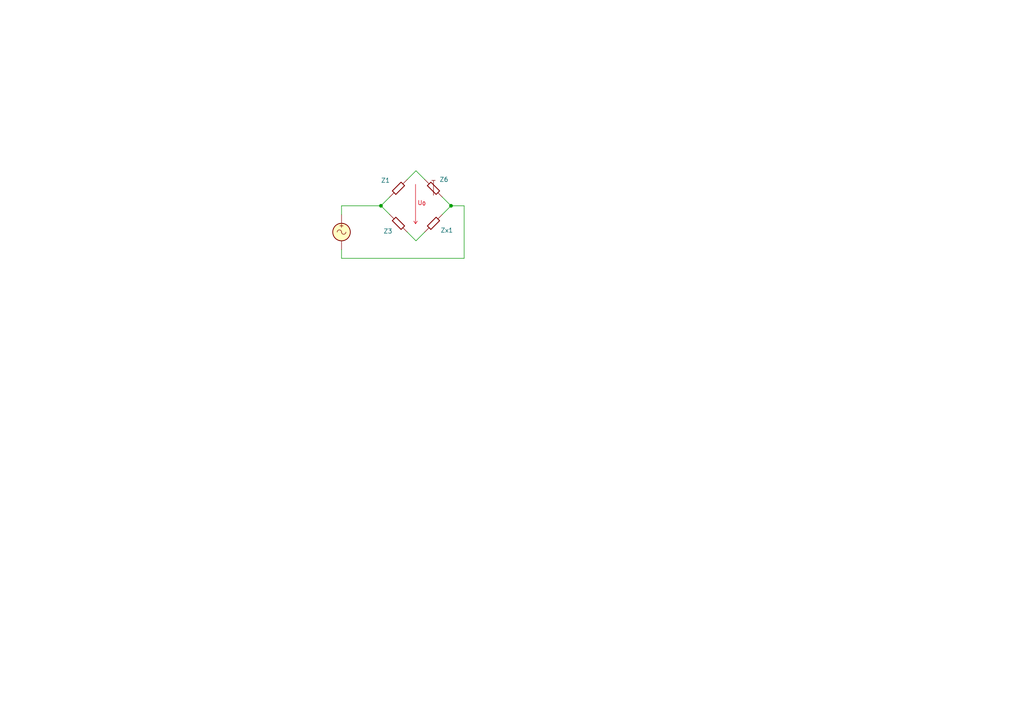
<source format=kicad_sch>
(kicad_sch
	(version 20250114)
	(generator "eeschema")
	(generator_version "9.0")
	(uuid "71305d32-c10f-4c05-8337-91cd088b5d4d")
	(paper "A4")
	(lib_symbols
		(symbol "Device:R_45deg"
			(pin_numbers
				(hide yes)
			)
			(pin_names
				(offset 0)
			)
			(exclude_from_sim no)
			(in_bom yes)
			(on_board yes)
			(property "Reference" "R"
				(at 5.08 2.54 0)
				(effects
					(font
						(size 1.27 1.27)
					)
				)
			)
			(property "Value" "R_45deg"
				(at 8.255 0.635 0)
				(effects
					(font
						(size 1.27 1.27)
					)
				)
			)
			(property "Footprint" ""
				(at 0 -1.778 0)
				(effects
					(font
						(size 1.27 1.27)
					)
					(hide yes)
				)
			)
			(property "Datasheet" "~"
				(at 0 0 0)
				(effects
					(font
						(size 1.27 1.27)
					)
					(hide yes)
				)
			)
			(property "Description" "Resistor, rotated by 45°"
				(at 0 0 0)
				(effects
					(font
						(size 1.27 1.27)
					)
					(hide yes)
				)
			)
			(property "ki_keywords" "R res resistor diagonal"
				(at 0 0 0)
				(effects
					(font
						(size 1.27 1.27)
					)
					(hide yes)
				)
			)
			(property "ki_fp_filters" "R_*"
				(at 0 0 0)
				(effects
					(font
						(size 1.27 1.27)
					)
					(hide yes)
				)
			)
			(symbol "R_45deg_0_1"
				(polyline
					(pts
						(xy -2.54 2.54) (xy -1.27 1.27)
					)
					(stroke
						(width 0)
						(type default)
					)
					(fill
						(type none)
					)
				)
				(polyline
					(pts
						(xy 1.27 -1.27) (xy 2.54 -2.54)
					)
					(stroke
						(width 0)
						(type default)
					)
					(fill
						(type none)
					)
				)
			)
			(symbol "R_45deg_1_1"
				(polyline
					(pts
						(xy -1.778 0.762) (xy 0.762 -1.778) (xy 1.778 -0.762) (xy -0.762 1.778) (xy -1.778 0.762)
					)
					(stroke
						(width 0.254)
						(type default)
					)
					(fill
						(type none)
					)
				)
				(pin passive line
					(at -2.54 2.54 0)
					(length 0)
					(name "~"
						(effects
							(font
								(size 1.27 1.27)
							)
						)
					)
					(number "1"
						(effects
							(font
								(size 1.27 1.27)
							)
						)
					)
				)
				(pin passive line
					(at 2.54 -2.54 180)
					(length 0)
					(name "~"
						(effects
							(font
								(size 1.27 1.27)
							)
						)
					)
					(number "2"
						(effects
							(font
								(size 1.27 1.27)
							)
						)
					)
				)
			)
			(embedded_fonts no)
		)
		(symbol "Simulation_SPICE:VSIN"
			(pin_numbers
				(hide yes)
			)
			(pin_names
				(offset 0.0254)
			)
			(exclude_from_sim no)
			(in_bom yes)
			(on_board yes)
			(property "Reference" "V"
				(at 2.54 2.54 0)
				(effects
					(font
						(size 1.27 1.27)
					)
					(justify left)
				)
			)
			(property "Value" "VSIN"
				(at 2.54 0 0)
				(effects
					(font
						(size 1.27 1.27)
					)
					(justify left)
				)
			)
			(property "Footprint" ""
				(at 0 0 0)
				(effects
					(font
						(size 1.27 1.27)
					)
					(hide yes)
				)
			)
			(property "Datasheet" "https://ngspice.sourceforge.io/docs/ngspice-html-manual/manual.xhtml#sec_Independent_Sources_for"
				(at 0 0 0)
				(effects
					(font
						(size 1.27 1.27)
					)
					(hide yes)
				)
			)
			(property "Description" "Voltage source, sinusoidal"
				(at 0 0 0)
				(effects
					(font
						(size 1.27 1.27)
					)
					(hide yes)
				)
			)
			(property "Sim.Pins" "1=+ 2=-"
				(at 0 0 0)
				(effects
					(font
						(size 1.27 1.27)
					)
					(hide yes)
				)
			)
			(property "Sim.Params" "dc=0 ampl=1 f=1k ac=1"
				(at 2.54 -2.54 0)
				(effects
					(font
						(size 1.27 1.27)
					)
					(justify left)
				)
			)
			(property "Sim.Type" "SIN"
				(at 0 0 0)
				(effects
					(font
						(size 1.27 1.27)
					)
					(hide yes)
				)
			)
			(property "Sim.Device" "V"
				(at 0 0 0)
				(effects
					(font
						(size 1.27 1.27)
					)
					(justify left)
					(hide yes)
				)
			)
			(property "ki_keywords" "simulation ac vac"
				(at 0 0 0)
				(effects
					(font
						(size 1.27 1.27)
					)
					(hide yes)
				)
			)
			(symbol "VSIN_0_0"
				(arc
					(start -1.27 0)
					(mid -0.635 0.6323)
					(end 0 0)
					(stroke
						(width 0)
						(type default)
					)
					(fill
						(type none)
					)
				)
				(arc
					(start 1.27 0)
					(mid 0.635 -0.6323)
					(end 0 0)
					(stroke
						(width 0)
						(type default)
					)
					(fill
						(type none)
					)
				)
				(text "+"
					(at 0 1.905 0)
					(effects
						(font
							(size 1.27 1.27)
						)
					)
				)
			)
			(symbol "VSIN_0_1"
				(circle
					(center 0 0)
					(radius 2.54)
					(stroke
						(width 0.254)
						(type default)
					)
					(fill
						(type background)
					)
				)
			)
			(symbol "VSIN_1_1"
				(pin passive line
					(at 0 5.08 270)
					(length 2.54)
					(name "~"
						(effects
							(font
								(size 1.27 1.27)
							)
						)
					)
					(number "1"
						(effects
							(font
								(size 1.27 1.27)
							)
						)
					)
				)
				(pin passive line
					(at 0 -5.08 90)
					(length 2.54)
					(name "~"
						(effects
							(font
								(size 1.27 1.27)
							)
						)
					)
					(number "2"
						(effects
							(font
								(size 1.27 1.27)
							)
						)
					)
				)
			)
			(embedded_fonts no)
		)
		(symbol "custom_symbols_bakalarka:R_trim_45"
			(exclude_from_sim no)
			(in_bom yes)
			(on_board yes)
			(property "Reference" "R"
				(at 0 0 0)
				(effects
					(font
						(size 1.27 1.27)
					)
				)
			)
			(property "Value" ""
				(at 0 0 0)
				(effects
					(font
						(size 1.27 1.27)
					)
				)
			)
			(property "Footprint" ""
				(at 0 0 0)
				(effects
					(font
						(size 1.27 1.27)
					)
					(hide yes)
				)
			)
			(property "Datasheet" ""
				(at 0 0 0)
				(effects
					(font
						(size 1.27 1.27)
					)
					(hide yes)
				)
			)
			(property "Description" ""
				(at 0 0 0)
				(effects
					(font
						(size 1.27 1.27)
					)
					(hide yes)
				)
			)
			(symbol "R_trim_45_0_1"
				(polyline
					(pts
						(xy 1.27 5.08) (xy 2.54 3.81)
					)
					(stroke
						(width 0)
						(type default)
					)
					(fill
						(type none)
					)
				)
				(polyline
					(pts
						(xy 3.302 4.826) (xy 4.318 4.826) (xy 3.81 4.826) (xy 3.81 0.508)
					)
					(stroke
						(width 0)
						(type default)
					)
					(fill
						(type none)
					)
				)
				(polyline
					(pts
						(xy 5.08 1.27) (xy 6.35 0)
					)
					(stroke
						(width 0)
						(type default)
					)
					(fill
						(type none)
					)
				)
			)
			(symbol "R_trim_45_1_1"
				(polyline
					(pts
						(xy 2.032 3.302) (xy 4.572 0.762) (xy 5.588 1.778) (xy 3.048 4.318) (xy 2.032 3.302)
					)
					(stroke
						(width 0.254)
						(type default)
					)
					(fill
						(type none)
					)
				)
				(pin passive line
					(at 1.27 5.08 0)
					(length 0)
					(name ""
						(effects
							(font
								(size 1.27 1.27)
							)
						)
					)
					(number ""
						(effects
							(font
								(size 1.27 1.27)
							)
						)
					)
				)
				(pin passive line
					(at 6.35 0 180)
					(length 0)
					(name ""
						(effects
							(font
								(size 1.27 1.27)
							)
						)
					)
					(number ""
						(effects
							(font
								(size 1.27 1.27)
							)
						)
					)
				)
			)
			(embedded_fonts no)
		)
	)
	(text "U_{0}"
		(exclude_from_sim no)
		(at 122.301 59.055 0)
		(effects
			(font
				(size 1.27 1.27)
				(color 213 0 18 1)
			)
		)
		(uuid "5b86f36b-4cf2-4430-b865-0ab11c69439e")
	)
	(junction
		(at 130.81 59.69)
		(diameter 0)
		(color 0 0 0 0)
		(uuid "41f961f4-f215-4e2d-97c6-a51ee3bcf2a3")
	)
	(junction
		(at 110.49 59.69)
		(diameter 0)
		(color 0 0 0 0)
		(uuid "e9f7c76b-cd27-4318-8664-f98077556eb7")
	)
	(wire
		(pts
			(xy 99.06 59.69) (xy 110.49 59.69)
		)
		(stroke
			(width 0)
			(type default)
		)
		(uuid "1d83a3f8-5194-4829-98c9-ade2528623dd")
	)
	(wire
		(pts
			(xy 99.06 62.23) (xy 99.06 59.69)
		)
		(stroke
			(width 0)
			(type default)
		)
		(uuid "260f72e3-8d2b-4f59-8b25-927dbc06c83d")
	)
	(wire
		(pts
			(xy 110.49 59.69) (xy 113.03 57.15)
		)
		(stroke
			(width 0)
			(type default)
		)
		(uuid "261dac05-ef94-4f41-b178-eb1991652d78")
	)
	(wire
		(pts
			(xy 99.06 74.93) (xy 99.06 72.39)
		)
		(stroke
			(width 0)
			(type default)
		)
		(uuid "271fb494-abb2-4cb2-a554-d530e3797c3e")
	)
	(wire
		(pts
			(xy 99.06 74.93) (xy 134.62 74.93)
		)
		(stroke
			(width 0)
			(type default)
		)
		(uuid "33dd9d66-9371-4454-84aa-8677f8b07bee")
	)
	(wire
		(pts
			(xy 134.62 74.93) (xy 134.62 59.69)
		)
		(stroke
			(width 0)
			(type default)
		)
		(uuid "3c996d96-8046-4ac7-8327-b260dff1c0c7")
	)
	(wire
		(pts
			(xy 120.65 69.85) (xy 123.19 67.31)
		)
		(stroke
			(width 0)
			(type default)
		)
		(uuid "49bb4562-d4ba-4c1f-85a4-6c947cb0f2e0")
	)
	(wire
		(pts
			(xy 130.81 59.69) (xy 128.27 57.15)
		)
		(stroke
			(width 0)
			(type default)
		)
		(uuid "4b81f1a2-c5e7-4589-a0b7-d31e235bb8f9")
	)
	(polyline
		(pts
			(xy 120.523 53.467) (xy 120.523 64.897)
		)
		(stroke
			(width 0)
			(type solid)
			(color 213 0 18 1)
		)
		(uuid "616fe359-153a-435d-86c8-cfd75146bebc")
	)
	(wire
		(pts
			(xy 134.62 59.69) (xy 130.81 59.69)
		)
		(stroke
			(width 0)
			(type default)
		)
		(uuid "875d25ea-6791-48dd-aa3a-373843f8ea3a")
	)
	(wire
		(pts
			(xy 118.11 52.07) (xy 120.65 49.53)
		)
		(stroke
			(width 0)
			(type default)
		)
		(uuid "8c2ac5c2-f2c2-4af0-be4d-550d73bc08d7")
	)
	(wire
		(pts
			(xy 110.49 59.69) (xy 113.03 62.23)
		)
		(stroke
			(width 0)
			(type default)
		)
		(uuid "92a07694-126c-473c-893f-00ede417499c")
	)
	(wire
		(pts
			(xy 128.27 62.23) (xy 130.81 59.69)
		)
		(stroke
			(width 0)
			(type default)
		)
		(uuid "a63eb5d4-a09f-4485-b624-f5bb91318592")
	)
	(wire
		(pts
			(xy 120.65 49.53) (xy 123.19 52.07)
		)
		(stroke
			(width 0)
			(type default)
		)
		(uuid "ab12c98f-453c-4b78-bc96-f2f66faa9e9c")
	)
	(polyline
		(pts
			(xy 120.523 64.897) (xy 121.031 64.135)
		)
		(stroke
			(width 0)
			(type solid)
			(color 213 0 18 1)
		)
		(uuid "ab63f92a-4060-4edd-ab12-b6c6db298ce6")
	)
	(polyline
		(pts
			(xy 120.015 64.135) (xy 120.523 64.897)
		)
		(stroke
			(width 0)
			(type solid)
			(color 213 0 18 1)
		)
		(uuid "e1f0046b-b010-45e3-b4e4-31c2e170f146")
	)
	(wire
		(pts
			(xy 120.65 69.85) (xy 118.11 67.31)
		)
		(stroke
			(width 0)
			(type default)
		)
		(uuid "eace941b-4752-451f-885e-1eb798d91d3d")
	)
	(symbol
		(lib_id "custom_symbols_bakalarka:R_trim_45")
		(at 121.92 57.15 0)
		(unit 1)
		(exclude_from_sim no)
		(in_bom yes)
		(on_board yes)
		(dnp no)
		(uuid "02c7c8be-001b-4f1e-aea4-b3aaf871096a")
		(property "Reference" "Z6"
			(at 128.778 52.07 0)
			(effects
				(font
					(size 1.27 1.27)
				)
			)
		)
		(property "Value" "~"
			(at 125.73 49.53 0)
			(effects
				(font
					(size 1.27 1.27)
				)
				(hide yes)
			)
		)
		(property "Footprint" ""
			(at 121.92 57.15 0)
			(effects
				(font
					(size 1.27 1.27)
				)
				(hide yes)
			)
		)
		(property "Datasheet" ""
			(at 121.92 57.15 0)
			(effects
				(font
					(size 1.27 1.27)
				)
				(hide yes)
			)
		)
		(property "Description" ""
			(at 121.92 57.15 0)
			(effects
				(font
					(size 1.27 1.27)
				)
				(hide yes)
			)
		)
		(pin ""
			(uuid "592e94a7-179c-4bba-ad52-4dd1d1e8d36a")
		)
		(pin ""
			(uuid "e1143d28-e54a-464d-9211-4a01c2b61231")
		)
		(instances
			(project ""
				(path "/ba5b7f3f-bcc2-4274-bf72-d951c4da15c7/e39c6ceb-98aa-46f9-8e7d-c134b310cc1c"
					(reference "Z6")
					(unit 1)
				)
			)
		)
	)
	(symbol
		(lib_id "Device:R_45deg")
		(at 125.73 64.77 90)
		(unit 1)
		(exclude_from_sim no)
		(in_bom yes)
		(on_board yes)
		(dnp no)
		(uuid "09b0c928-b966-45d6-a2a1-1f51f1c3755a")
		(property "Reference" "Zx1"
			(at 127.762 66.802 90)
			(effects
				(font
					(size 1.27 1.27)
				)
				(justify right)
			)
		)
		(property "Value" "R_45deg"
			(at 120.65 64.77 0)
			(effects
				(font
					(size 1.27 1.27)
				)
				(hide yes)
			)
		)
		(property "Footprint" ""
			(at 127.508 64.77 0)
			(effects
				(font
					(size 1.27 1.27)
				)
				(hide yes)
			)
		)
		(property "Datasheet" "~"
			(at 125.73 64.77 0)
			(effects
				(font
					(size 1.27 1.27)
				)
				(hide yes)
			)
		)
		(property "Description" "Resistor, rotated by 45°"
			(at 125.73 64.77 0)
			(effects
				(font
					(size 1.27 1.27)
				)
				(hide yes)
			)
		)
		(pin "1"
			(uuid "cb4bb0a9-1d02-45b4-975c-a5f581c8dd1e")
		)
		(pin "2"
			(uuid "b7cf683b-9fe4-4a27-9229-34eaab436df0")
		)
		(instances
			(project ""
				(path "/ba5b7f3f-bcc2-4274-bf72-d951c4da15c7/e39c6ceb-98aa-46f9-8e7d-c134b310cc1c"
					(reference "Zx1")
					(unit 1)
				)
			)
		)
	)
	(symbol
		(lib_id "Device:R_45deg")
		(at 115.57 54.61 90)
		(unit 1)
		(exclude_from_sim no)
		(in_bom yes)
		(on_board yes)
		(dnp no)
		(uuid "a06325d2-386b-44cd-92cc-cbb7bda7cad3")
		(property "Reference" "Z1"
			(at 110.49 52.324 90)
			(effects
				(font
					(size 1.27 1.27)
				)
				(justify right)
			)
		)
		(property "Value" "R_45deg"
			(at 110.49 54.61 0)
			(effects
				(font
					(size 1.27 1.27)
				)
				(hide yes)
			)
		)
		(property "Footprint" ""
			(at 117.348 54.61 0)
			(effects
				(font
					(size 1.27 1.27)
				)
				(hide yes)
			)
		)
		(property "Datasheet" "~"
			(at 115.57 54.61 0)
			(effects
				(font
					(size 1.27 1.27)
				)
				(hide yes)
			)
		)
		(property "Description" "Resistor, rotated by 45°"
			(at 115.57 54.61 0)
			(effects
				(font
					(size 1.27 1.27)
				)
				(hide yes)
			)
		)
		(pin "1"
			(uuid "49d1cc04-f575-4f55-9cb1-2adb498cf0c9")
		)
		(pin "2"
			(uuid "a82cf3f9-33d7-4fc8-add1-b0d001763fe5")
		)
		(instances
			(project "schemata"
				(path "/ba5b7f3f-bcc2-4274-bf72-d951c4da15c7/e39c6ceb-98aa-46f9-8e7d-c134b310cc1c"
					(reference "Z1")
					(unit 1)
				)
			)
		)
	)
	(symbol
		(lib_id "Device:R_45deg")
		(at 115.57 64.77 0)
		(unit 1)
		(exclude_from_sim no)
		(in_bom yes)
		(on_board yes)
		(dnp no)
		(uuid "fb7ea6b5-85b7-4167-adfa-7feec3ac5805")
		(property "Reference" "Z3"
			(at 112.522 67.056 0)
			(effects
				(font
					(size 1.27 1.27)
				)
			)
		)
		(property "Value" "R_45deg"
			(at 115.57 59.69 0)
			(effects
				(font
					(size 1.27 1.27)
				)
				(hide yes)
			)
		)
		(property "Footprint" ""
			(at 115.57 66.548 0)
			(effects
				(font
					(size 1.27 1.27)
				)
				(hide yes)
			)
		)
		(property "Datasheet" "~"
			(at 115.57 64.77 0)
			(effects
				(font
					(size 1.27 1.27)
				)
				(hide yes)
			)
		)
		(property "Description" "Resistor, rotated by 45°"
			(at 115.57 64.77 0)
			(effects
				(font
					(size 1.27 1.27)
				)
				(hide yes)
			)
		)
		(pin "1"
			(uuid "f893adf8-0f08-489d-8439-b4d788e80b77")
		)
		(pin "2"
			(uuid "6e450e54-e4c3-4455-98df-fc20d2828103")
		)
		(instances
			(project "schemata"
				(path "/ba5b7f3f-bcc2-4274-bf72-d951c4da15c7/e39c6ceb-98aa-46f9-8e7d-c134b310cc1c"
					(reference "Z3")
					(unit 1)
				)
			)
		)
	)
	(symbol
		(lib_id "Simulation_SPICE:VSIN")
		(at 99.06 67.31 0)
		(unit 1)
		(exclude_from_sim no)
		(in_bom yes)
		(on_board yes)
		(dnp no)
		(fields_autoplaced yes)
		(uuid "fc1513e3-e6b7-42d8-bba5-cee2b77b7c42")
		(property "Reference" "U3"
			(at 102.87 67.1801 0)
			(effects
				(font
					(size 1.27 1.27)
				)
				(justify left)
				(hide yes)
			)
		)
		(property "Value" "VSIN"
			(at 102.87 67.1801 0)
			(effects
				(font
					(size 1.27 1.27)
				)
				(justify left)
				(hide yes)
			)
		)
		(property "Footprint" ""
			(at 99.06 67.31 0)
			(effects
				(font
					(size 1.27 1.27)
				)
				(hide yes)
			)
		)
		(property "Datasheet" "https://ngspice.sourceforge.io/docs/ngspice-html-manual/manual.xhtml#sec_Independent_Sources_for"
			(at 99.06 67.31 0)
			(effects
				(font
					(size 1.27 1.27)
				)
				(hide yes)
			)
		)
		(property "Description" "Voltage source, sinusoidal"
			(at 99.06 67.31 0)
			(effects
				(font
					(size 1.27 1.27)
				)
				(hide yes)
			)
		)
		(property "Sim.Pins" "1=+ 2=-"
			(at 99.06 67.31 0)
			(effects
				(font
					(size 1.27 1.27)
				)
				(hide yes)
			)
		)
		(property "Sim.Params" "dc=0 ampl=1 f=1k ac=1"
			(at 102.87 69.7201 0)
			(effects
				(font
					(size 1.27 1.27)
				)
				(justify left)
				(hide yes)
			)
		)
		(property "Sim.Type" "SIN"
			(at 99.06 67.31 0)
			(effects
				(font
					(size 1.27 1.27)
				)
				(hide yes)
			)
		)
		(property "Sim.Device" "V"
			(at 99.06 67.31 0)
			(effects
				(font
					(size 1.27 1.27)
				)
				(justify left)
				(hide yes)
			)
		)
		(pin "1"
			(uuid "280a6c89-2435-4fd0-98bc-74a0034b5076")
		)
		(pin "2"
			(uuid "e103c90e-b7db-424b-ab9b-6df499cf7ffa")
		)
		(instances
			(project "schemata"
				(path "/ba5b7f3f-bcc2-4274-bf72-d951c4da15c7/e39c6ceb-98aa-46f9-8e7d-c134b310cc1c"
					(reference "U3")
					(unit 1)
				)
			)
		)
	)
)

</source>
